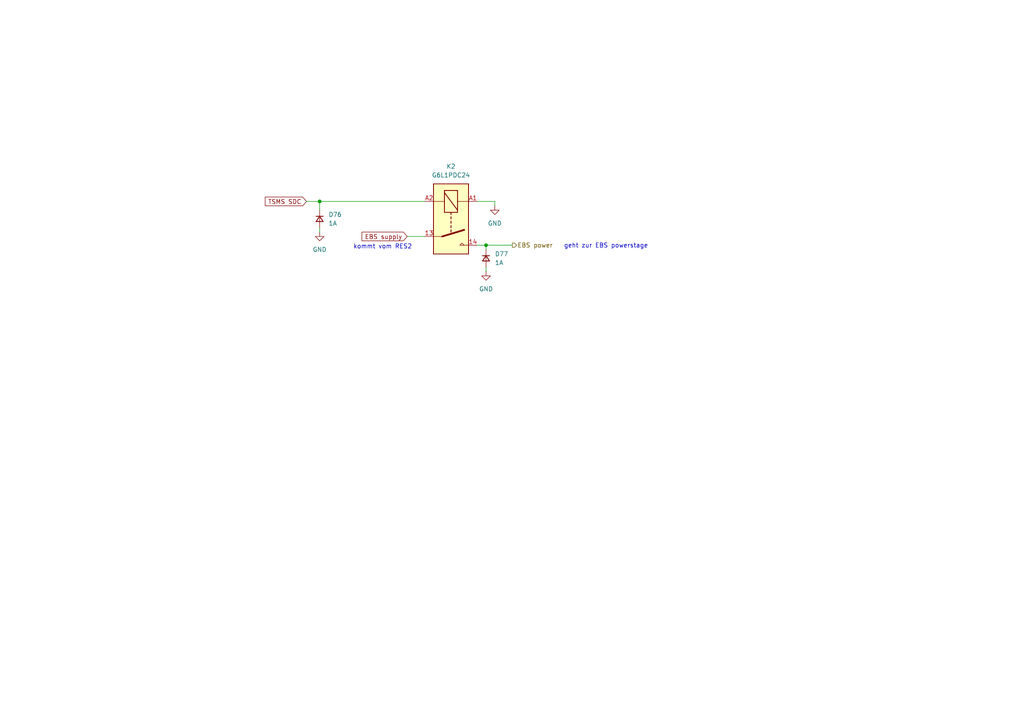
<source format=kicad_sch>
(kicad_sch (version 20231120) (generator "eeschema") (generator_version "8.0")
  (paper "A4")
  (title_block (title "PDU FT25") (date "2025-01-15") (rev "V1.2") (company "Janek Herm") (comment 1 "FaSTTUBe Electronics"))
  (lib_symbols
    (symbol "Device:D_Small" (pin_numbers hide) (pin_names (offset 0.254) hide)
      (property "Reference" "D" (at -1.27 2.032 0))
      (property "Value" "D_Small" (at -3.81 -2.032 0))
      (symbol "D_Small_0_1"
        (polyline (pts (xy -0.762 -1.016) (xy -0.762 1.016)) (stroke (width 0.254)))
        (polyline (pts (xy -0.762 0) (xy 0.762 0)))
        (polyline (pts (xy 0.762 -1.016) (xy -0.762 0) (xy 0.762 1.016) (xy 0.762 -1.016)) (stroke (width 0.254)))
      )
      (symbol "D_Small_1_1"
        (pin passive line (at -2.54 0 0) (length 1.778) (name "K") (number "1"))
        (pin passive line (at 2.54 0 180) (length 1.778) (name "A") (number "2"))
      )
    )
    (symbol "Relay:Relay_SPST-NO"
      (property "Reference" "K" (at 11.43 3.81 0))
      (property "Value" "Relay_SPST-NO" (at 11.43 1.27 0))
      (symbol "Relay_SPST-NO_0_0"
        (polyline (pts (xy 7.62 5.08) (xy 7.62 2.54) (xy 6.985 3.175) (xy 7.62 3.81)))
      )
      (symbol "Relay_SPST-NO_0_1"
        (rectangle (start -10.16 5.08) (end 10.16 -5.08) (stroke (width 0.254)) (fill (type background)))
        (rectangle (start -8.255 1.905) (end -1.905 -1.905) (stroke (width 0.254)))
        (polyline (pts (xy -7.62 -1.905) (xy -2.54 1.905)) (stroke (width 0.254)))
        (polyline (pts (xy -5.08 -5.08) (xy -5.08 -1.905)))
        (polyline (pts (xy -5.08 5.08) (xy -5.08 1.905)))
        (polyline (pts (xy -1.905 0) (xy -1.27 0)) (stroke (width 0.254)))
        (polyline (pts (xy -0.635 0) (xy 0 0)) (stroke (width 0.254)))
        (polyline (pts (xy 0.635 0) (xy 1.27 0)) (stroke (width 0.254)))
        (polyline (pts (xy 1.905 0) (xy 2.54 0)) (stroke (width 0.254)))
        (polyline (pts (xy 3.175 0) (xy 3.81 0)) (stroke (width 0.254)))
        (polyline (pts (xy 5.08 -2.54) (xy 3.175 3.81)) (stroke (width 0.508)))
        (polyline (pts (xy 5.08 -2.54) (xy 5.08 -5.08)))
      )
      (symbol "Relay_SPST-NO_1_1"
        (pin passive line (at 5.08 -7.62 90) (length 2.54) (name "~") (number "13"))
        (pin passive line (at 7.62 7.62 270) (length 2.54) (name "~") (number "14"))
        (pin passive line (at -5.08 7.62 270) (length 2.54) (name "~") (number "A1"))
        (pin passive line (at -5.08 -7.62 90) (length 2.54) (name "~") (number "A2"))
      )
    )
    (symbol "power:GND" (power) (pin_numbers hide) (pin_names (offset 0) hide)
      (property "Value" "GND" (at 0 -3.81 0))
      (symbol "GND_0_1"
        (polyline (pts (xy 0 0) (xy 0 -1.27) (xy 1.27 -1.27) (xy 0 -2.54) (xy -1.27 -1.27) (xy 0 -1.27)))
      )
      (symbol "GND_1_1"
        (pin power_in line (at 0 0 270) (length 0) (name "~") (number "1"))
      )
    )
  )
  (junction (at 92.71 58.42))
  (junction (at 140.97 71.12))
  (wire (pts (xy 92.71 66.04) (xy 92.71 67.31)))
  (wire (pts (xy 140.97 77.47) (xy 140.97 78.74)))
  (wire (pts (xy 140.97 71.12) (xy 138.43 71.12)))
  (wire (pts (xy 143.51 59.69) (xy 143.51 58.42)))
  (wire (pts (xy 92.71 58.42) (xy 92.71 60.96)))
  (wire (pts (xy 92.71 58.42) (xy 123.19 58.42)))
  (wire (pts (xy 88.9 58.42) (xy 92.71 58.42)))
  (wire (pts (xy 148.59 71.12) (xy 140.97 71.12)))
  (wire (pts (xy 140.97 72.39) (xy 140.97 71.12)))
  (wire (pts (xy 118.11 68.58) (xy 123.19 68.58)))
  (wire (pts (xy 138.43 58.42) (xy 143.51 58.42)))
  (text "geht zur EBS powerstage" (at 175.768 71.374 0) (effects (font (size 1.27 1.27))))
  (text "kommt vom RES2" (at 110.998 71.628 0) (effects (font (size 1.27 1.27))))
  (global_label "EBS supply" (shape input) (at 118.11 68.58 180) (property "Intersheetrefs" "${INTERSHEET_REFS}" (effects (hide yes))))
  (global_label "TSMS SDC" (shape input) (at 88.9 58.42 180) (property "Intersheetrefs" "${INTERSHEET_REFS}" (effects (hide yes))))
  (hierarchical_label "EBS power" (shape output) (at 148.59 71.12 0) (effects (font (thickness 0.1588))))
  (symbol (lib_id "Device:D_Small") (at 140.97 74.93 270) (unit 1)
    (property "Reference" "D77" (at 143.51 73.6599 90) (effects (justify left)))
    (property "Value" "1A" (at 143.51 76.1999 90) (effects (justify left)))
    (property "Footprint" "Diode_SMD:D_SOD-123F" (effects (hide yes)))
    (property "Datasheet" "https://www.mouser.de/datasheet/2/389/stpst1h100-3107187.pdf" (effects (hide yes)))
    (property "Description" "Diode, small symbol" (effects (hide yes)))
    (property "Sim.Device" "D" (effects (hide yes)))
    (property "Sim.Pins" "1=K 2=A" (effects (hide yes)))
  )
  (symbol (lib_id "power:GND") (at 140.97 78.74 0) (unit 1)
    (property "Reference" "#PWR0227" (effects (hide yes)))
    (property "Value" "GND" (at 140.97 83.82 0))
    (property "Description" "Power symbol creates a global label with name \"GND\" , ground" (effects (hide yes)))
  )
  (symbol (lib_id "power:GND") (at 143.51 59.69 0) (unit 1)
    (property "Reference" "#PWR0225" (effects (hide yes)))
    (property "Value" "GND" (at 143.51 64.77 0))
    (property "Description" "Power symbol creates a global label with name \"GND\" , ground" (effects (hide yes)))
  )
  (symbol (lib_id "Relay:Relay_SPST-NO") (at 130.81 63.5 270) (unit 1)
    (property "Reference" "K2" (at 130.81 48.26 90))
    (property "Value" "G6L1PDC24" (at 130.81 50.8 90))
    (property "Footprint" "G6L-1P-DC24:G6L1PDC24" (effects (hide yes)))
    (property "Datasheet" "https://media.digikey.com/pdf/Data%20Sheets/Omron%20PDFs/G6L.pdf" (effects (hide yes)))
    (property "Description" "Relay SPST, normally open, EN50005" (effects (hide yes)))
  )
  (symbol (lib_id "Device:D_Small") (at 92.71 63.5 270) (unit 1)
    (property "Reference" "D76" (at 95.25 62.2299 90) (effects (justify left)))
    (property "Value" "1A" (at 95.25 64.7699 90) (effects (justify left)))
    (property "Footprint" "Diode_SMD:D_SOD-123F" (effects (hide yes)))
    (property "Datasheet" "https://www.mouser.de/datasheet/2/389/stpst1h100-3107187.pdf" (effects (hide yes)))
    (property "Description" "Diode, small symbol" (effects (hide yes)))
    (property "Sim.Device" "D" (effects (hide yes)))
    (property "Sim.Pins" "1=K 2=A" (effects (hide yes)))
  )
  (symbol (lib_id "power:GND") (at 92.71 67.31 0) (unit 1)
    (property "Reference" "#PWR0226" (effects (hide yes)))
    (property "Value" "GND" (at 92.71 72.39 0))
    (property "Description" "Power symbol creates a global label with name \"GND\" , ground" (effects (hide yes)))
  )
)
</source>
